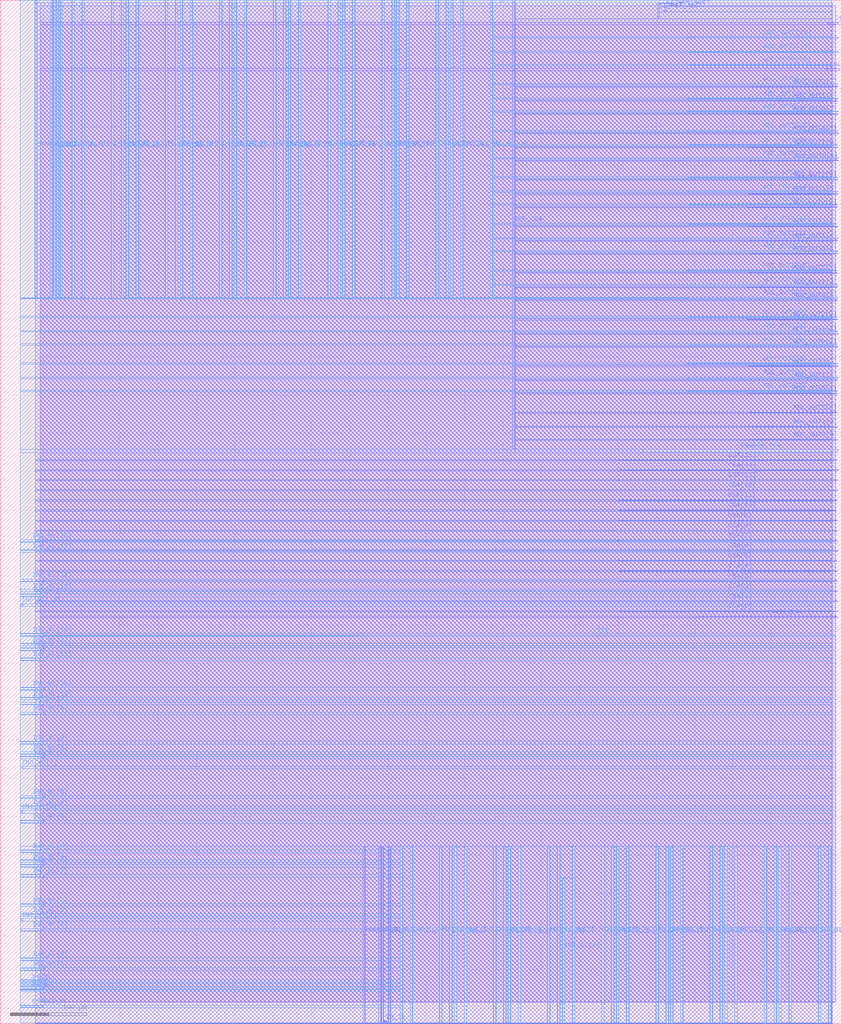
<source format=lef>
VERSION 5.7 ;
  NOWIREEXTENSIONATPIN ON ;
  DIVIDERCHAR "/" ;
  BUSBITCHARS "[]" ;
MACRO RRAM_ANALOG
  CLASS BLOCK ;
  FOREIGN RRAM_ANALOG ;
  ORIGIN 56.250 20.140 ;
  SIZE 1097.410 BY 1335.730 ;
  PIN ENABLE_WL
    PORT
      LAYER met3 ;
        RECT -30.190 1.345 -0.055 3.375 ;
    END
  END ENABLE_WL
  PIN V1_WL
    PORT
      LAYER met3 ;
        RECT -29.900 21.780 0.165 23.810 ;
    END
  END V1_WL
  PIN V2_WL
    PORT
      LAYER met3 ;
        RECT -29.850 25.130 0.135 27.160 ;
    END
  END V2_WL
  PIN V3_WL
    PORT
      LAYER met3 ;
        RECT -29.820 29.300 0.055 31.330 ;
    END
  END V3_WL
  PIN V4_WL
    PORT
      LAYER met3 ;
        RECT -29.990 34.310 0.145 36.530 ;
    END
  END V4_WL
  PIN IN1_WL[0]
    PORT
      LAYER met3 ;
        RECT -29.750 49.520 0.255 52.170 ;
    END
  END IN1_WL[0]
  PIN IN0_WL[0]
    PORT
      LAYER met3 ;
        RECT -29.780 62.560 0.205 65.210 ;
    END
  END IN0_WL[0]
  PIN IN0_WL[1]
    PORT
      LAYER met3 ;
        RECT -29.840 100.970 0.215 103.620 ;
    END
  END IN0_WL[1]
  PIN IN1_WL[1]
    PORT
      LAYER met3 ;
        RECT -29.760 114.050 -27.110 116.750 ;
    END
  END IN1_WL[1]
  PIN IN1_WL[2]
    PORT
      LAYER met3 ;
        RECT -29.760 120.160 0.165 122.810 ;
    END
  END IN1_WL[2]
  PIN IN0_WL[2]
    PORT
      LAYER met3 ;
        RECT -29.860 133.260 0.125 135.910 ;
    END
  END IN0_WL[2]
  PIN IN0_WL[3]
    PORT
      LAYER met3 ;
        RECT -29.910 171.500 0.205 174.150 ;
    END
  END IN0_WL[3]
  PIN IN1_WL[3]
    PORT
      LAYER met3 ;
        RECT -29.840 184.680 0.155 187.330 ;
    END
  END IN1_WL[3]
  PIN IN1_WL[4]
    PORT
      LAYER met3 ;
        RECT -29.960 190.680 0.095 193.330 ;
    END
  END IN1_WL[4]
  PIN IN0_WL[4]
    PORT
      LAYER met3 ;
        RECT -29.740 203.590 0.245 206.240 ;
    END
  END IN0_WL[4]
  PIN IN0_WL[5]
    PORT
      LAYER met3 ;
        RECT -29.930 242.100 0.045 244.750 ;
    END
  END IN0_WL[5]
  PIN IN1_WL[5]
    PORT
      LAYER met3 ;
        RECT -29.740 255.100 -27.090 257.800 ;
    END
  END IN1_WL[5]
  PIN IN1_WL[6]
    PORT
      LAYER met3 ;
        RECT -29.910 261.210 0.135 263.860 ;
    END
  END IN1_WL[6]
  PIN IN0_WL[6]
    PORT
      LAYER met3 ;
        RECT -29.840 274.390 0.095 277.040 ;
    END
  END IN0_WL[6]
  PIN IN0_WL[7]
    PORT
      LAYER met3 ;
        RECT -29.880 312.770 -27.230 315.470 ;
    END
  END IN0_WL[7]
  PIN IN1_WL[7]
    PORT
      LAYER met3 ;
        RECT -29.930 325.730 0.135 328.380 ;
    END
  END IN1_WL[7]
  PIN IN1_WL[8]
    PORT
      LAYER met3 ;
        RECT -29.840 331.810 0.175 334.460 ;
    END
  END IN1_WL[8]
  PIN IN0_WL[8]
    PORT
      LAYER met3 ;
        RECT -29.790 345.070 0.245 347.720 ;
    END
  END IN0_WL[8]
  PIN IN0_WL[9]
    PORT
      LAYER met3 ;
        RECT -29.960 383.420 0.175 386.070 ;
    END
  END IN0_WL[9]
  PIN IN1_WL[9]
    PORT
      LAYER met3 ;
        RECT -29.840 396.430 0.135 399.080 ;
    END
  END IN1_WL[9]
  PIN IN1_WL[10]
    PORT
      LAYER met3 ;
        RECT -29.810 402.660 0.175 405.310 ;
    END
  END IN1_WL[10]
  PIN IN0_WL[10]
    PORT
      LAYER met3 ;
        RECT -29.860 415.540 0.095 418.190 ;
    END
  END IN0_WL[10]
  PIN IN0_WL[11]
    PORT
      LAYER met3 ;
        RECT -29.880 454.020 0.215 456.670 ;
    END
  END IN0_WL[11]
  PIN IN1_WL[11]
    PORT
      LAYER met3 ;
        RECT -29.960 467.050 -0.035 469.700 ;
    END
  END IN1_WL[11]
  PIN IN1_WL[12]
    PORT
      LAYER met3 ;
        RECT -30.160 473.140 0.045 475.790 ;
    END
  END IN1_WL[12]
  PIN IN0_WL[12]
    PORT
      LAYER met3 ;
        RECT -29.910 486.190 0.175 488.840 ;
    END
  END IN0_WL[12]
  PIN IN0_WL[13]
    PORT
      LAYER met3 ;
        RECT -29.930 524.650 -27.280 527.350 ;
    END
  END IN0_WL[13]
  PIN IN1_WL[13]
    PORT
      LAYER met3 ;
        RECT -30.080 537.600 0.095 540.250 ;
    END
  END IN1_WL[13]
  PIN IN1_WL[14]
    PORT
      LAYER met3 ;
        RECT -29.930 543.790 0.175 546.440 ;
    END
  END IN1_WL[14]
  PIN IN0_WL[14]
    PORT
      LAYER met3 ;
        RECT -30.010 556.870 0.045 559.520 ;
    END
  END IN0_WL[14]
  PIN IN0_WL[15]
    PORT
      LAYER met3 ;
        RECT -29.980 595.270 0.095 597.920 ;
    END
  END IN0_WL[15]
  PIN IN1_WL[15]
    PORT
      LAYER met3 ;
        RECT -29.840 608.480 0.135 611.130 ;
    END
  END IN1_WL[15]
  PIN ENABLE_SL
    PORT
      LAYER met2 ;
        RECT 417.640 -19.210 419.710 210.790 ;
    END
  END ENABLE_SL
  PIN V1_SL
    PORT
      LAYER met2 ;
        RECT 438.060 -19.210 440.330 211.010 ;
    END
  END V1_SL
  PIN V2_SL
    PORT
      LAYER met2 ;
        RECT 441.490 -19.290 443.760 210.980 ;
    END
  END V2_SL
  PIN V3_SL
    PORT
      LAYER met2 ;
        RECT 445.510 -19.290 447.810 -16.850 ;
    END
  END V3_SL
  PIN V4_SL
    PORT
      LAYER met2 ;
        RECT 450.730 -19.210 453.000 210.990 ;
    END
  END V4_SL
  PIN IN1_SL[0]
    PORT
      LAYER met3 ;
        RECT 465.930 -18.880 468.700 211.100 ;
    END
  END IN1_SL[0]
  PIN IN0_SL[0]
    PORT
      LAYER met3 ;
        RECT 478.970 -18.800 481.740 211.050 ;
    END
  END IN0_SL[0]
  PIN IN0_SL[1]
    PORT
      LAYER met3 ;
        RECT 517.190 -19.130 519.960 211.060 ;
    END
  END IN0_SL[1]
  PIN IN1_SL[2]
    PORT
      LAYER met3 ;
        RECT 536.570 -18.960 539.340 211.010 ;
    END
  END IN1_SL[2]
  PIN IN0_SL[2]
    PORT
      LAYER met3 ;
        RECT 549.660 -19.130 552.430 210.970 ;
    END
  END IN0_SL[2]
  PIN IN0_SL[3]
    PORT
      LAYER met3 ;
        RECT 587.800 -18.920 590.570 211.050 ;
    END
  END IN0_SL[3]
  PIN IN1_SL[3]
    PORT
      LAYER met3 ;
        RECT 600.960 -19.040 603.730 211.000 ;
    END
  END IN1_SL[3]
  PIN IN1_SL[4]
    PORT
      LAYER met3 ;
        RECT 606.760 -19.130 609.530 210.940 ;
    END
  END IN1_SL[4]
  PIN IN0_SL[4]
    PORT
      LAYER met3 ;
        RECT 620.140 -18.920 622.910 211.090 ;
    END
  END IN0_SL[4]
  PIN IN0_SL[5]
    PORT
      LAYER met3 ;
        RECT 658.360 -19.040 661.130 210.890 ;
    END
  END IN0_SL[5]
  PIN IN1_SL[5]
    PORT
      LAYER met3 ;
        RECT 671.360 -19.210 674.130 211.080 ;
    END
  END IN1_SL[5]
  PIN IN1_SL[6]
    PORT
      LAYER met3 ;
        RECT 677.610 -19.170 680.380 169.945 ;
    END
  END IN1_SL[6]
  PIN IN0_SL[6]
    PORT
      LAYER met3 ;
        RECT 690.700 -19.040 693.470 210.940 ;
    END
  END IN0_SL[6]
  PIN IN0_SL[7]
    PORT
      LAYER met3 ;
        RECT 728.960 -19.040 731.730 210.980 ;
    END
  END IN0_SL[7]
  PIN IN1_SL[7]
    PORT
      LAYER met3 ;
        RECT 741.800 -19.000 744.570 210.980 ;
    END
  END IN1_SL[7]
  PIN IN1_SL[8]
    PORT
      LAYER met3 ;
        RECT 748.100 -18.880 750.870 211.020 ;
    END
  END IN1_SL[8]
  PIN IN0_SL[8]
    PORT
      LAYER met3 ;
        RECT 761.260 -19.040 764.030 211.090 ;
    END
  END IN0_SL[8]
  PIN IN0_SL[9]
    PORT
      LAYER met3 ;
        RECT 799.780 -19.090 802.550 211.020 ;
    END
  END IN0_SL[9]
  PIN IN1_SL[9]
    PORT
      LAYER met3 ;
        RECT 812.820 -19.290 815.590 210.980 ;
    END
  END IN1_SL[9]
  PIN IN1_SL[10]
    PORT
      LAYER met3 ;
        RECT 818.820 -19.330 821.590 211.020 ;
    END
  END IN1_SL[10]
  PIN IN0_SL[10]
    PORT
      LAYER met3 ;
        RECT 831.950 -18.760 834.720 210.940 ;
    END
  END IN0_SL[10]
  PIN IN0_SL[11]
    PORT
      LAYER met3 ;
        RECT 870.380 -19.210 873.150 211.060 ;
    END
  END IN0_SL[11]
  PIN IN1_SL[11]
    PORT
      LAYER met3 ;
        RECT 883.380 -19.420 886.150 210.810 ;
    END
  END IN1_SL[11]
  PIN IN1_SL[12]
    PORT
      LAYER met3 ;
        RECT 889.470 -19.170 892.240 210.890 ;
    END
  END IN1_SL[12]
  PIN IN0_SL[12]
    PORT
      LAYER met3 ;
        RECT 902.560 -19.170 905.330 211.020 ;
    END
  END IN0_SL[12]
  PIN IN0_SL[13]
    PORT
      LAYER met3 ;
        RECT 940.940 -19.250 943.710 210.890 ;
    END
  END IN0_SL[13]
  PIN IN1_SL[13]
    PORT
      LAYER met3 ;
        RECT 954.105 -18.975 956.715 210.940 ;
    END
  END IN1_SL[13]
  PIN IN0_SL[14]
    PORT
      LAYER met3 ;
        RECT 973.120 -19.000 975.890 210.890 ;
    END
  END IN0_SL[14]
  PIN IN0_SL[15]
    PORT
      LAYER met3 ;
        RECT 1011.670 -19.130 1014.440 210.940 ;
    END
  END IN0_SL[15]
  PIN IN1_SL[15]
    PORT
      LAYER met3 ;
        RECT 1024.800 -19.090 1027.570 210.980 ;
    END
  END IN1_SL[15]
  PIN ENABLE_BL
    PORT
      LAYER met3 ;
        RECT -10.510 927.445 -8.480 1315.590 ;
    END
  END ENABLE_BL
  PIN V1_BL
    PORT
      LAYER met3 ;
        RECT 10.070 927.225 11.870 1315.190 ;
    END
  END V1_BL
  PIN V2_BL
    PORT
      LAYER met3 ;
        RECT 13.425 927.255 15.490 1315.055 ;
    END
  END V2_BL
  PIN V3_BL
    PORT
      LAYER met3 ;
        RECT 17.535 927.335 19.600 1315.305 ;
    END
  END V3_BL
  PIN V4_BL
    PORT
      LAYER met3 ;
        RECT 22.625 927.245 24.690 1315.185 ;
    END
  END V4_BL
  PIN IN1_BL[0]
    PORT
      LAYER met3 ;
        RECT 37.700 927.135 40.300 1315.230 ;
    END
  END IN1_BL[0]
  PIN IN0_BL[0]
    PORT
      LAYER met3 ;
        RECT 50.770 927.185 53.370 1315.300 ;
    END
  END IN0_BL[0]
  PIN IN0_BL[1]
    PORT
      LAYER met3 ;
        RECT 89.100 927.175 91.700 1315.320 ;
    END
  END IN0_BL[1]
  PIN IN1_BL[1]
    PORT
      LAYER met3 ;
        RECT 102.260 927.195 104.860 1315.160 ;
    END
  END IN1_BL[1]
  PIN IN1_BL[2]
    PORT
      LAYER met3 ;
        RECT 108.340 927.225 110.940 1315.200 ;
    END
  END IN1_BL[2]
  PIN IN0_BL[2]
    PORT
      LAYER met3 ;
        RECT 121.420 927.265 124.020 1315.230 ;
    END
  END IN0_BL[2]
  PIN IN0_BL[3]
    PORT
      LAYER met3 ;
        RECT 159.690 927.185 162.290 1315.230 ;
    END
  END IN0_BL[3]
  PIN IN1_BL[3]
    PORT
      LAYER met3 ;
        RECT 172.780 927.235 175.380 1315.060 ;
    END
  END IN1_BL[3]
  PIN IN1_BL[4]
    PORT
      LAYER met3 ;
        RECT 178.890 927.295 181.490 1315.230 ;
    END
  END IN1_BL[4]
  PIN IN0_BL[4]
    PORT
      LAYER met3 ;
        RECT 191.970 927.145 194.570 1315.250 ;
    END
  END IN0_BL[4]
  PIN IN0_BL[5]
    PORT
      LAYER met3 ;
        RECT 230.280 927.345 232.880 1315.330 ;
    END
  END IN0_BL[5]
  PIN IN1_BL[5]
    PORT
      LAYER met3 ;
        RECT 243.430 927.155 246.030 1315.090 ;
    END
  END IN1_BL[5]
  PIN IN1_BL[6]
    PORT
      LAYER met3 ;
        RECT 249.480 927.255 252.080 1315.290 ;
    END
  END IN1_BL[6]
  PIN IN0_BL[6]
    PORT
      LAYER met3 ;
        RECT 262.530 927.295 265.130 1315.220 ;
    END
  END IN0_BL[6]
  PIN IN0_BL[7]
    PORT
      LAYER met3 ;
        RECT 300.830 927.255 303.430 1315.320 ;
    END
  END IN0_BL[7]
  PIN IN1_BL[7]
    PORT
      LAYER met3 ;
        RECT 313.850 927.255 316.450 1315.260 ;
    END
  END IN1_BL[7]
  PIN IN1_BL[8]
    PORT
      LAYER met3 ;
        RECT 320.030 927.215 322.630 1315.190 ;
    END
  END IN1_BL[8]
  PIN IN0_BL[8]
    PORT
      LAYER met3 ;
        RECT 333.190 927.145 335.790 1315.120 ;
    END
  END IN0_BL[8]
  PIN IN0_BL[9]
    PORT
      LAYER met3 ;
        RECT 371.630 927.215 374.230 1315.260 ;
    END
  END IN0_BL[9]
  PIN IN1_BL[9]
    PORT
      LAYER met3 ;
        RECT 384.770 927.255 387.370 1315.230 ;
    END
  END IN1_BL[9]
  PIN IN1_BL[10]
    PORT
      LAYER met3 ;
        RECT 390.830 927.215 393.430 1315.250 ;
    END
  END IN1_BL[10]
  PIN IN0_BL[10]
    PORT
      LAYER met3 ;
        RECT 403.900 927.295 406.500 1315.230 ;
    END
  END IN0_BL[10]
  PIN IN0_BL[11]
    PORT
      LAYER met3 ;
        RECT 442.250 927.175 444.850 1315.250 ;
    END
  END IN0_BL[11]
  PIN IN1_BL[11]
    PORT
      LAYER met3 ;
        RECT 455.370 927.425 457.970 1315.530 ;
    END
  END IN1_BL[11]
  PIN IN1_BL[12]
    PORT
      LAYER met3 ;
        RECT 461.290 927.345 463.890 1315.390 ;
    END
  END IN1_BL[12]
  PIN IN0_BL[12]
    PORT
      LAYER met3 ;
        RECT 474.370 927.215 476.970 1315.250 ;
    END
  END IN0_BL[12]
  PIN IN0_BL[13]
    PORT
      LAYER met3 ;
        RECT 512.870 927.345 515.470 1315.360 ;
    END
  END IN0_BL[13]
  PIN IN1_BL[13]
    PORT
      LAYER met3 ;
        RECT 525.670 927.295 528.270 1315.320 ;
    END
  END IN1_BL[13]
  PIN IN1_BL[14]
    PORT
      LAYER met3 ;
        RECT 531.960 927.215 534.560 1315.300 ;
    END
  END IN1_BL[14]
  PIN IN0_BL[14]
    PORT
      LAYER met3 ;
        RECT 544.990 927.345 547.590 1315.400 ;
    END
  END IN0_BL[14]
  PIN IN0_BL[15]
    PORT
      LAYER met3 ;
        RECT 583.390 927.295 585.990 1315.300 ;
    END
  END IN0_BL[15]
  PIN IN1_BL[15]
    PORT
      LAYER met3 ;
        RECT 596.560 1312.390 599.470 1315.250 ;
    END
  END IN1_BL[15]
  PIN IN1_SL[14]
    PORT
      LAYER met3 ;
        RECT 960.070 -18.960 962.840 211.020 ;
    END
  END IN1_SL[14]
  PIN IN1_SL[1]
    PORT
      LAYER met3 ;
        RECT 530.320 -18.880 533.090 211.040 ;
    END
  END IN1_SL[1]
  PIN CSA[0]
    PORT
      LAYER met2 ;
        RECT 750.995 517.535 1036.590 518.315 ;
    END
  END CSA[0]
  PIN ENABLE_CSA
    PORT
      LAYER met3 ;
        RECT 783.055 725.440 1036.650 729.140 ;
    END
  END ENABLE_CSA
  PIN V0_REF_ADC
    PORT
      LAYER met2 ;
        RECT 817.800 1307.770 819.370 1311.735 ;
    END
  END V0_REF_ADC
  PIN V1_REF_ADC
    PORT
      LAYER met2 ;
        RECT 811.130 1300.500 812.800 1311.375 ;
    END
  END V1_REF_ADC
  PIN V2_REF_ADC
    PORT
      LAYER met2 ;
        RECT 802.130 1291.740 803.640 1311.475 ;
    END
  END V2_REF_ADC
  PIN CSA[1]
    PORT
      LAYER met2 ;
        RECT 750.995 530.575 1036.305 531.465 ;
    END
  END CSA[1]
  PIN CSA[2]
    PORT
      LAYER met2 ;
        RECT 750.995 543.795 1036.105 544.685 ;
    END
  END CSA[2]
  PIN CSA[3]
    PORT
      LAYER met2 ;
        RECT 750.995 556.945 1036.405 557.835 ;
    END
  END CSA[3]
  PIN CSA[4]
    PORT
      LAYER met2 ;
        RECT 750.995 570.055 1036.215 570.945 ;
    END
  END CSA[4]
  PIN CSA[5]
    PORT
      LAYER met2 ;
        RECT 750.995 583.265 1035.625 584.155 ;
    END
  END CSA[5]
  PIN CSA[6]
    PORT
      LAYER met2 ;
        RECT 750.995 596.435 1036.505 597.325 ;
    END
  END CSA[6]
  PIN CSA[7]
    PORT
      LAYER met2 ;
        RECT 750.995 609.525 1036.305 610.415 ;
    END
  END CSA[7]
  PIN CSA[8]
    PORT
      LAYER met2 ;
        RECT 750.995 622.735 1035.505 623.625 ;
    END
  END CSA[8]
  PIN CSA[9]
    PORT
      LAYER met2 ;
        RECT 750.995 635.815 1035.925 636.705 ;
    END
  END CSA[9]
  PIN CSA[10]
    PORT
      LAYER met2 ;
        RECT 750.995 649.095 1034.965 649.985 ;
    END
  END CSA[10]
  PIN CSA[11]
    PORT
      LAYER met2 ;
        RECT 750.995 662.165 1035.835 663.055 ;
    END
  END CSA[11]
  PIN CSA[12]
    PORT
      LAYER met2 ;
        RECT 750.995 675.395 1036.035 676.285 ;
    END
  END CSA[12]
  PIN CSA[13]
    PORT
      LAYER met2 ;
        RECT 750.995 688.505 1036.615 689.395 ;
    END
  END CSA[13]
  PIN CSA[14]
    PORT
      LAYER met2 ;
        RECT 750.995 701.735 1037.135 702.625 ;
    END
  END CSA[14]
  PIN CSA[15]
    PORT
      LAYER met2 ;
        RECT 750.995 714.755 1036.165 715.645 ;
    END
  END CSA[15]
  PIN ADC_OUT0[0]
    PORT
      LAYER met2 ;
        RECT 921.170 741.240 1036.225 742.050 ;
    END
  END ADC_OUT0[0]
  PIN ADC_OUT1[0]
    PORT
      LAYER met2 ;
        RECT 921.115 758.340 1036.035 759.070 ;
    END
  END ADC_OUT1[0]
  PIN ADC_OUT2[0]
    PORT
      LAYER met2 ;
        RECT 919.830 776.850 1035.990 777.610 ;
    END
  END ADC_OUT2[0]
  PIN ADC_OUT0[1]
    PORT
      LAYER met2 ;
        RECT 919.435 802.020 1036.205 802.770 ;
    END
  END ADC_OUT0[1]
  PIN ADC_OUT1[1]
    PORT
      LAYER met2 ;
        RECT 921.010 819.030 1036.060 819.890 ;
    END
  END ADC_OUT1[1]
  PIN ADC_OUT2[1]
    PORT
      LAYER met2 ;
        RECT 921.030 837.610 1036.520 838.470 ;
    END
  END ADC_OUT2[1]
  PIN ADC_OUT0[2]
    PORT
      LAYER met2 ;
        RECT 919.790 862.750 1036.180 863.610 ;
    END
  END ADC_OUT0[2]
  PIN ADC_OUT1[2]
    PORT
      LAYER met2 ;
        RECT 920.060 879.760 1036.510 880.600 ;
    END
  END ADC_OUT1[2]
  PIN ADC_OUT2[2]
    PORT
      LAYER met2 ;
        RECT 919.845 898.360 1036.575 899.170 ;
    END
  END ADC_OUT2[2]
  PIN ADC_OUT0[3]
    PORT
      LAYER met2 ;
        RECT 920.930 923.500 1035.770 924.380 ;
    END
  END ADC_OUT0[3]
  PIN ADC_OUT1[3]
    PORT
      LAYER met2 ;
        RECT 920.410 940.570 1036.300 941.470 ;
    END
  END ADC_OUT1[3]
  PIN ADC_OUT2[3]
    PORT
      LAYER met2 ;
        RECT 919.440 959.170 1036.230 960.030 ;
    END
  END ADC_OUT2[3]
  PIN ADC_OUT0[4]
    PORT
      LAYER met2 ;
        RECT 921.025 984.310 1036.255 985.120 ;
    END
  END ADC_OUT0[4]
  PIN ADC_OUT1[4]
    PORT
      LAYER met2 ;
        RECT 921.130 1001.340 1036.735 1002.150 ;
    END
  END ADC_OUT1[4]
  PIN ADC_OUT2[4]
    PORT
      LAYER met2 ;
        RECT 919.970 1019.930 1036.730 1020.730 ;
    END
  END ADC_OUT2[4]
  PIN ADC_OUT0[5]
    PORT
      LAYER met2 ;
        RECT 920.050 1044.980 1036.350 1045.760 ;
    END
  END ADC_OUT0[5]
  PIN ADC_OUT1[5]
    PORT
      LAYER met2 ;
        RECT 921.105 1062.070 1036.625 1062.980 ;
    END
  END ADC_OUT1[5]
  PIN ADC_OUT2[5]
    PORT
      LAYER met2 ;
        RECT 919.660 1080.690 1036.900 1081.450 ;
    END
  END ADC_OUT2[5]
  PIN ADC_OUT0[6]
    PORT
      LAYER met2 ;
        RECT 920.910 1105.840 1037.170 1106.580 ;
    END
  END ADC_OUT0[6]
  PIN ADC_OUT1[6]
    PORT
      LAYER met2 ;
        RECT 920.700 1122.810 1036.660 1123.610 ;
    END
  END ADC_OUT1[6]
  PIN ADC_OUT2[6]
    PORT
      LAYER met2 ;
        RECT 919.325 1141.420 1037.345 1142.250 ;
    END
  END ADC_OUT2[6]
  PIN ADC_OUT0[7]
    PORT
      LAYER met2 ;
        RECT 919.735 1166.560 1037.035 1167.410 ;
    END
  END ADC_OUT0[7]
  PIN ADC_OUT1[7]
    PORT
      LAYER met2 ;
        RECT 921.175 1183.640 1036.335 1184.450 ;
    END
  END ADC_OUT1[7]
  PIN ADC_OUT2[7]
    PORT
      LAYER met2 ;
        RECT 921.340 1202.160 1036.600 1203.040 ;
    END
  END ADC_OUT2[7]
  PIN ADC_OUT0[8]
    PORT
      LAYER met3 ;
        RECT 841.380 805.040 1036.070 806.000 ;
    END
  END ADC_OUT0[8]
  PIN ADC_OUT1[8]
    PORT
      LAYER met3 ;
        RECT 841.400 822.140 1036.420 823.100 ;
    END
  END ADC_OUT1[8]
  PIN ADC_OUT2[8]
    PORT
      LAYER met3 ;
        RECT 841.400 840.770 1036.800 841.730 ;
    END
  END ADC_OUT2[8]
  PIN ADC_OUT0[9]
    PORT
      LAYER met3 ;
        RECT 841.500 865.860 1036.340 866.820 ;
    END
  END ADC_OUT0[9]
  PIN ADC_OUT1[9]
    PORT
      LAYER met3 ;
        RECT 841.340 882.960 1036.000 883.920 ;
    END
  END ADC_OUT1[9]
  PIN ADC_OUT2[9]
    PORT
      LAYER met3 ;
        RECT 841.320 901.380 1036.310 902.340 ;
    END
  END ADC_OUT2[9]
  PIN ADC_OUT0[10]
    PORT
      LAYER met3 ;
        RECT 841.500 926.520 1036.210 927.480 ;
    END
  END ADC_OUT0[10]
  PIN ADC_OUT1[10]
    PORT
      LAYER met3 ;
        RECT 841.450 943.620 1036.000 944.580 ;
    END
  END ADC_OUT1[10]
  PIN ADC_OUT2[10]
    PORT
      LAYER met3 ;
        RECT 841.510 962.200 1035.560 963.160 ;
    END
  END ADC_OUT2[10]
  PIN ADC_OUT0[11]
    PORT
      LAYER met3 ;
        RECT 841.430 987.310 1036.640 988.270 ;
    END
  END ADC_OUT0[11]
  PIN ADC_OUT1[11]
    PORT
      LAYER met3 ;
        RECT 841.430 1004.350 1036.500 1005.310 ;
    END
  END ADC_OUT1[11]
  PIN ADC_OUT2[11]
    PORT
      LAYER met3 ;
        RECT 841.370 1023.020 1035.670 1023.980 ;
    END
  END ADC_OUT2[11]
  PIN ADC_OUT0[12]
    PORT
      LAYER met3 ;
        RECT 841.490 1048.190 1036.680 1049.150 ;
    END
  END ADC_OUT0[12]
  PIN ADC_OUT1[12]
    PORT
      LAYER met3 ;
        RECT 841.300 1065.110 1036.880 1066.070 ;
    END
  END ADC_OUT1[12]
  PIN ADC_OUT2[12]
    PORT
      LAYER met3 ;
        RECT 841.370 1083.690 1036.210 1084.650 ;
    END
  END ADC_OUT2[12]
  PIN ADC_OUT0[13]
    PORT
      LAYER met3 ;
        RECT 841.310 1108.740 1036.590 1109.700 ;
    END
  END ADC_OUT0[13]
  PIN ADC_OUT1[13]
    PORT
      LAYER met3 ;
        RECT 841.390 1125.930 1036.820 1126.890 ;
    END
  END ADC_OUT1[13]
  PIN ADC_OUT2[13]
    PORT
      LAYER met3 ;
        RECT 841.370 1144.410 1036.750 1145.370 ;
    END
  END ADC_OUT2[13]
  PIN ADC_OUT0[14]
    PORT
      LAYER met3 ;
        RECT 841.460 1169.620 1037.090 1170.580 ;
    END
  END ADC_OUT0[14]
  PIN ADC_OUT1[14]
    PORT
      LAYER met3 ;
        RECT 841.390 1186.630 1037.140 1187.590 ;
    END
  END ADC_OUT1[14]
  PIN ADC_OUT2[14]
    PORT
      LAYER met3 ;
        RECT 841.360 1205.170 1036.720 1206.130 ;
    END
  END ADC_OUT2[14]
  PIN ADC_OUT0[15]
    PORT
      LAYER met3 ;
        RECT 841.430 1230.380 1036.770 1231.340 ;
    END
  END ADC_OUT0[15]
  PIN ADC_OUT1[15]
    PORT
      LAYER met3 ;
        RECT 841.390 1247.430 1037.280 1248.390 ;
    END
  END ADC_OUT1[15]
  PIN ADC_OUT2[15]
    PORT
      LAYER met3 ;
        RECT 841.390 1266.050 1037.620 1267.010 ;
    END
  END ADC_OUT2[15]
  PIN PRE
    PORT
      LAYER met3 ;
        RECT 412.105 485.545 1033.695 486.515 ;
    END
  END PRE
  PIN CLK_EN_ADC[0]
    PORT
      LAYER met1 ;
        RECT 1022.865 1223.400 1039.390 1226.080 ;
    END
  END CLK_EN_ADC[0]
  PIN CLK_EN_ADC[1]
    PORT
      LAYER met1 ;
        RECT 1024.195 1283.770 1041.160 1286.370 ;
    END
  END CLK_EN_ADC[1]
  PIN REF_CSA
    PORT
      LAYER met2 ;
        RECT 612.745 730.000 615.475 1315.555 ;
    END
  END REF_CSA
  PIN SAEN_CSA
    PORT
      LAYER met1 ;
        RECT 856.395 509.840 1036.910 511.100 ;
    END
  END SAEN_CSA
  OBS
      LAYER li1 ;
        RECT -4.105 7.760 1033.835 1286.895 ;
      LAYER met1 ;
        RECT -3.650 1286.650 1033.830 1308.090 ;
        RECT -3.650 1283.490 1023.915 1286.650 ;
        RECT -3.650 1226.360 1033.830 1283.490 ;
        RECT -3.650 1223.120 1022.585 1226.360 ;
        RECT -3.650 511.380 1033.830 1223.120 ;
        RECT -3.650 509.560 856.115 511.380 ;
        RECT -3.650 8.215 1033.830 509.560 ;
      LAYER met2 ;
        RECT -10.490 729.720 612.465 1312.290 ;
        RECT 615.755 1312.015 1029.230 1312.290 ;
        RECT 615.755 1311.755 817.520 1312.015 ;
        RECT 615.755 1291.460 801.850 1311.755 ;
        RECT 803.920 1311.655 817.520 1311.755 ;
        RECT 803.920 1300.220 810.850 1311.655 ;
        RECT 813.080 1307.490 817.520 1311.655 ;
        RECT 819.650 1307.490 1029.230 1312.015 ;
        RECT 813.080 1300.220 1029.230 1307.490 ;
        RECT 803.920 1291.460 1029.230 1300.220 ;
        RECT 615.755 1203.320 1029.230 1291.460 ;
        RECT 615.755 1201.880 921.060 1203.320 ;
        RECT 615.755 1184.730 1029.230 1201.880 ;
        RECT 615.755 1183.360 920.895 1184.730 ;
        RECT 615.755 1167.690 1029.230 1183.360 ;
        RECT 615.755 1166.280 919.455 1167.690 ;
        RECT 615.755 1142.530 1029.230 1166.280 ;
        RECT 615.755 1141.140 919.045 1142.530 ;
        RECT 615.755 1123.890 1029.230 1141.140 ;
        RECT 615.755 1122.530 920.420 1123.890 ;
        RECT 615.755 1106.860 1029.230 1122.530 ;
        RECT 615.755 1105.560 920.630 1106.860 ;
        RECT 615.755 1081.730 1029.230 1105.560 ;
        RECT 615.755 1080.410 919.380 1081.730 ;
        RECT 615.755 1063.260 1029.230 1080.410 ;
        RECT 615.755 1061.790 920.825 1063.260 ;
        RECT 615.755 1046.040 1029.230 1061.790 ;
        RECT 615.755 1044.700 919.770 1046.040 ;
        RECT 615.755 1021.010 1029.230 1044.700 ;
        RECT 615.755 1019.650 919.690 1021.010 ;
        RECT 615.755 1002.430 1029.230 1019.650 ;
        RECT 615.755 1001.060 920.850 1002.430 ;
        RECT 615.755 985.400 1029.230 1001.060 ;
        RECT 615.755 984.030 920.745 985.400 ;
        RECT 615.755 960.310 1029.230 984.030 ;
        RECT 615.755 958.890 919.160 960.310 ;
        RECT 615.755 941.750 1029.230 958.890 ;
        RECT 615.755 940.290 920.130 941.750 ;
        RECT 615.755 924.660 1029.230 940.290 ;
        RECT 615.755 923.220 920.650 924.660 ;
        RECT 615.755 899.450 1029.230 923.220 ;
        RECT 615.755 898.080 919.565 899.450 ;
        RECT 615.755 880.880 1029.230 898.080 ;
        RECT 615.755 879.480 919.780 880.880 ;
        RECT 615.755 863.890 1029.230 879.480 ;
        RECT 615.755 862.470 919.510 863.890 ;
        RECT 615.755 838.750 1029.230 862.470 ;
        RECT 615.755 837.330 920.750 838.750 ;
        RECT 615.755 820.170 1029.230 837.330 ;
        RECT 615.755 818.750 920.730 820.170 ;
        RECT 615.755 803.050 1029.230 818.750 ;
        RECT 615.755 801.740 919.155 803.050 ;
        RECT 615.755 777.890 1029.230 801.740 ;
        RECT 615.755 776.570 919.550 777.890 ;
        RECT 615.755 759.350 1029.230 776.570 ;
        RECT 615.755 758.060 920.835 759.350 ;
        RECT 615.755 742.330 1029.230 758.060 ;
        RECT 615.755 740.960 920.890 742.330 ;
        RECT 615.755 729.720 1029.230 740.960 ;
        RECT -10.490 715.925 1029.230 729.720 ;
        RECT -10.490 714.475 750.715 715.925 ;
        RECT -10.490 702.905 1029.230 714.475 ;
        RECT -10.490 701.455 750.715 702.905 ;
        RECT -10.490 689.675 1029.230 701.455 ;
        RECT -10.490 688.225 750.715 689.675 ;
        RECT -10.490 676.565 1029.230 688.225 ;
        RECT -10.490 675.115 750.715 676.565 ;
        RECT -10.490 663.335 1029.230 675.115 ;
        RECT -10.490 661.885 750.715 663.335 ;
        RECT -10.490 650.265 1029.230 661.885 ;
        RECT -10.490 648.815 750.715 650.265 ;
        RECT -10.490 636.985 1029.230 648.815 ;
        RECT -10.490 635.535 750.715 636.985 ;
        RECT -10.490 623.905 1029.230 635.535 ;
        RECT -10.490 622.455 750.715 623.905 ;
        RECT -10.490 610.695 1029.230 622.455 ;
        RECT -10.490 609.245 750.715 610.695 ;
        RECT -10.490 597.605 1029.230 609.245 ;
        RECT -10.490 596.155 750.715 597.605 ;
        RECT -10.490 584.435 1029.230 596.155 ;
        RECT -10.490 582.985 750.715 584.435 ;
        RECT -10.490 571.225 1029.230 582.985 ;
        RECT -10.490 569.775 750.715 571.225 ;
        RECT -10.490 558.115 1029.230 569.775 ;
        RECT -10.490 556.665 750.715 558.115 ;
        RECT -10.490 544.965 1029.230 556.665 ;
        RECT -10.490 543.515 750.715 544.965 ;
        RECT -10.490 531.745 1029.230 543.515 ;
        RECT -10.490 530.295 750.715 531.745 ;
        RECT -10.490 518.595 1029.230 530.295 ;
        RECT -10.490 517.255 750.715 518.595 ;
        RECT -10.490 211.290 1029.230 517.255 ;
        RECT -10.490 211.070 437.780 211.290 ;
        RECT -10.490 -19.490 417.360 211.070 ;
        RECT 419.990 -19.490 437.780 211.070 ;
        RECT 440.610 211.270 1029.230 211.290 ;
        RECT 440.610 211.260 450.450 211.270 ;
        RECT 440.610 -19.490 441.210 211.260 ;
        RECT -10.490 -19.570 441.210 -19.490 ;
        RECT 444.040 -16.570 450.450 211.260 ;
        RECT 444.040 -19.570 445.230 -16.570 ;
        RECT 448.090 -19.490 450.450 -16.570 ;
        RECT 453.280 -19.490 1029.230 211.270 ;
        RECT 448.090 -19.570 1029.230 -19.490 ;
        RECT -10.490 -20.140 1029.230 -19.570 ;
      LAYER met3 ;
        RECT -30.190 927.045 -10.910 1315.590 ;
      LAYER met3 ;
        RECT -8.080 927.045 9.670 1315.590 ;
      LAYER met3 ;
        RECT -30.190 926.825 9.670 927.045 ;
      LAYER met3 ;
        RECT 12.270 1315.455 17.135 1315.590 ;
        RECT 12.270 926.855 13.025 1315.455 ;
        RECT 15.890 926.935 17.135 1315.455 ;
        RECT 20.000 1315.585 37.300 1315.590 ;
        RECT 20.000 926.935 22.225 1315.585 ;
        RECT 15.890 926.855 22.225 926.935 ;
        RECT 12.270 926.845 22.225 926.855 ;
        RECT 25.090 926.845 37.300 1315.585 ;
        RECT 12.270 926.825 37.300 926.845 ;
      LAYER met3 ;
        RECT -30.190 926.735 37.300 926.825 ;
      LAYER met3 ;
        RECT 40.700 926.785 50.370 1315.590 ;
        RECT 53.770 926.785 88.700 1315.590 ;
        RECT 40.700 926.775 88.700 926.785 ;
        RECT 92.100 1315.560 107.940 1315.590 ;
        RECT 92.100 926.795 101.860 1315.560 ;
        RECT 105.260 926.825 107.940 1315.560 ;
        RECT 111.340 926.865 121.020 1315.590 ;
        RECT 124.420 926.865 159.290 1315.590 ;
        RECT 111.340 926.825 159.290 926.865 ;
        RECT 105.260 926.795 159.290 926.825 ;
        RECT 92.100 926.785 159.290 926.795 ;
        RECT 162.690 1315.460 178.490 1315.590 ;
        RECT 162.690 926.835 172.380 1315.460 ;
        RECT 175.780 926.895 178.490 1315.460 ;
        RECT 181.890 926.895 191.570 1315.590 ;
        RECT 175.780 926.835 191.570 926.895 ;
        RECT 162.690 926.785 191.570 926.835 ;
        RECT 92.100 926.775 191.570 926.785 ;
        RECT 40.700 926.745 191.570 926.775 ;
        RECT 194.970 926.945 229.880 1315.590 ;
        RECT 233.280 1315.490 249.080 1315.590 ;
        RECT 233.280 926.945 243.030 1315.490 ;
        RECT 194.970 926.755 243.030 926.945 ;
        RECT 246.430 926.855 249.080 1315.490 ;
        RECT 252.480 926.895 262.130 1315.590 ;
        RECT 265.530 926.895 300.430 1315.590 ;
        RECT 252.480 926.855 300.430 926.895 ;
        RECT 303.830 926.855 313.450 1315.590 ;
        RECT 316.850 926.855 319.630 1315.590 ;
        RECT 246.430 926.815 319.630 926.855 ;
        RECT 323.030 1315.520 371.230 1315.590 ;
        RECT 323.030 926.815 332.790 1315.520 ;
        RECT 246.430 926.755 332.790 926.815 ;
        RECT 194.970 926.745 332.790 926.755 ;
        RECT 336.190 926.815 371.230 1315.520 ;
        RECT 374.630 926.855 384.370 1315.590 ;
        RECT 387.770 926.855 390.430 1315.590 ;
        RECT 374.630 926.815 390.430 926.855 ;
        RECT 393.830 926.895 403.500 1315.590 ;
        RECT 406.900 926.895 441.850 1315.590 ;
        RECT 393.830 926.815 441.850 926.895 ;
        RECT 336.190 926.775 441.850 926.815 ;
        RECT 445.250 927.025 454.970 1315.590 ;
        RECT 458.370 927.025 460.890 1315.590 ;
        RECT 445.250 926.945 460.890 927.025 ;
        RECT 464.290 926.945 473.970 1315.590 ;
        RECT 445.250 926.815 473.970 926.945 ;
        RECT 477.370 926.945 512.470 1315.590 ;
        RECT 515.870 926.945 525.270 1315.590 ;
        RECT 477.370 926.895 525.270 926.945 ;
        RECT 528.670 926.895 531.560 1315.590 ;
        RECT 477.370 926.815 531.560 926.895 ;
        RECT 534.960 926.945 544.590 1315.590 ;
        RECT 547.990 926.945 582.990 1315.590 ;
        RECT 534.960 926.895 582.990 926.945 ;
        RECT 586.390 1311.990 596.160 1315.590 ;
        RECT 599.870 1311.990 1029.205 1315.590 ;
        RECT 586.390 1267.410 1029.205 1311.990 ;
        RECT 586.390 1265.650 840.990 1267.410 ;
        RECT 586.390 1248.790 1029.205 1265.650 ;
        RECT 586.390 1247.030 840.990 1248.790 ;
        RECT 586.390 1231.740 1029.205 1247.030 ;
        RECT 586.390 1229.980 841.030 1231.740 ;
        RECT 586.390 1206.530 1029.205 1229.980 ;
        RECT 586.390 1204.770 840.960 1206.530 ;
        RECT 586.390 1187.990 1029.205 1204.770 ;
        RECT 586.390 1186.230 840.990 1187.990 ;
        RECT 586.390 1170.980 1029.205 1186.230 ;
        RECT 586.390 1169.220 841.060 1170.980 ;
        RECT 586.390 1145.770 1029.205 1169.220 ;
        RECT 586.390 1144.010 840.970 1145.770 ;
        RECT 586.390 1127.290 1029.205 1144.010 ;
        RECT 586.390 1125.530 840.990 1127.290 ;
        RECT 586.390 1110.100 1029.205 1125.530 ;
        RECT 586.390 1108.340 840.910 1110.100 ;
        RECT 586.390 1085.050 1029.205 1108.340 ;
        RECT 586.390 1083.290 840.970 1085.050 ;
        RECT 586.390 1066.470 1029.205 1083.290 ;
        RECT 586.390 1064.710 840.900 1066.470 ;
        RECT 586.390 1049.550 1029.205 1064.710 ;
        RECT 586.390 1047.790 841.090 1049.550 ;
        RECT 586.390 1024.380 1029.205 1047.790 ;
        RECT 586.390 1022.620 840.970 1024.380 ;
        RECT 586.390 1005.710 1029.205 1022.620 ;
        RECT 586.390 1003.950 841.030 1005.710 ;
        RECT 586.390 988.670 1029.205 1003.950 ;
        RECT 586.390 986.910 841.030 988.670 ;
        RECT 586.390 963.560 1029.205 986.910 ;
        RECT 586.390 961.800 841.110 963.560 ;
        RECT 586.390 944.980 1029.205 961.800 ;
        RECT 586.390 943.220 841.050 944.980 ;
        RECT 586.390 927.880 1029.205 943.220 ;
        RECT 586.390 926.895 841.100 927.880 ;
        RECT 534.960 926.815 841.100 926.895 ;
        RECT 445.250 926.775 841.100 926.815 ;
        RECT 336.190 926.745 841.100 926.775 ;
        RECT 40.700 926.735 841.100 926.745 ;
      LAYER met3 ;
        RECT -30.190 926.120 841.100 926.735 ;
        RECT -30.190 902.740 1029.205 926.120 ;
        RECT -30.190 900.980 840.920 902.740 ;
        RECT -30.190 884.320 1029.205 900.980 ;
        RECT -30.190 882.560 840.940 884.320 ;
        RECT -30.190 867.220 1029.205 882.560 ;
        RECT -30.190 865.460 841.100 867.220 ;
        RECT -30.190 842.130 1029.205 865.460 ;
        RECT -30.190 840.370 841.000 842.130 ;
        RECT -30.190 823.500 1029.205 840.370 ;
        RECT -30.190 821.740 841.000 823.500 ;
        RECT -30.190 806.400 1029.205 821.740 ;
        RECT -30.190 804.640 840.980 806.400 ;
        RECT -30.190 729.540 1029.205 804.640 ;
        RECT -30.190 725.040 782.655 729.540 ;
        RECT -30.190 611.530 1029.205 725.040 ;
      LAYER met3 ;
        RECT 0.535 608.080 1029.205 611.530 ;
      LAYER met3 ;
        RECT -30.190 598.320 1029.205 608.080 ;
      LAYER met3 ;
        RECT 0.495 594.870 1029.205 598.320 ;
      LAYER met3 ;
        RECT -30.190 559.920 1029.205 594.870 ;
      LAYER met3 ;
        RECT 0.445 556.470 1029.205 559.920 ;
      LAYER met3 ;
        RECT -30.190 546.840 1029.205 556.470 ;
      LAYER met3 ;
        RECT 0.575 543.390 1029.205 546.840 ;
      LAYER met3 ;
        RECT -30.190 540.650 1029.205 543.390 ;
      LAYER met3 ;
        RECT 0.495 537.200 1029.205 540.650 ;
      LAYER met3 ;
        RECT -30.190 527.750 1029.205 537.200 ;
      LAYER met3 ;
        RECT -26.880 524.250 1029.205 527.750 ;
      LAYER met3 ;
        RECT -30.190 489.240 1029.205 524.250 ;
      LAYER met3 ;
        RECT 0.575 486.915 1029.205 489.240 ;
        RECT 0.575 485.790 411.705 486.915 ;
      LAYER met3 ;
        RECT -30.190 485.145 411.705 485.790 ;
        RECT -30.190 476.190 1029.205 485.145 ;
      LAYER met3 ;
        RECT 0.445 472.740 1029.205 476.190 ;
      LAYER met3 ;
        RECT -30.190 470.100 1029.205 472.740 ;
      LAYER met3 ;
        RECT 0.365 466.650 1029.205 470.100 ;
      LAYER met3 ;
        RECT -30.190 457.070 1029.205 466.650 ;
      LAYER met3 ;
        RECT 0.615 453.620 1029.205 457.070 ;
      LAYER met3 ;
        RECT -30.190 418.590 1029.205 453.620 ;
      LAYER met3 ;
        RECT 0.495 415.140 1029.205 418.590 ;
      LAYER met3 ;
        RECT -30.190 405.710 1029.205 415.140 ;
      LAYER met3 ;
        RECT 0.575 402.260 1029.205 405.710 ;
      LAYER met3 ;
        RECT -30.190 399.480 1029.205 402.260 ;
      LAYER met3 ;
        RECT 0.535 396.030 1029.205 399.480 ;
      LAYER met3 ;
        RECT -30.190 386.470 1029.205 396.030 ;
      LAYER met3 ;
        RECT 0.575 383.020 1029.205 386.470 ;
      LAYER met3 ;
        RECT -30.190 348.120 1029.205 383.020 ;
      LAYER met3 ;
        RECT 0.645 344.670 1029.205 348.120 ;
      LAYER met3 ;
        RECT -30.190 334.860 1029.205 344.670 ;
      LAYER met3 ;
        RECT 0.575 331.410 1029.205 334.860 ;
      LAYER met3 ;
        RECT -30.190 328.780 1029.205 331.410 ;
      LAYER met3 ;
        RECT 0.535 325.330 1029.205 328.780 ;
      LAYER met3 ;
        RECT -30.190 315.870 1029.205 325.330 ;
      LAYER met3 ;
        RECT -26.830 312.370 1029.205 315.870 ;
      LAYER met3 ;
        RECT -30.190 277.440 1029.205 312.370 ;
      LAYER met3 ;
        RECT 0.495 273.990 1029.205 277.440 ;
      LAYER met3 ;
        RECT -30.190 264.260 1029.205 273.990 ;
      LAYER met3 ;
        RECT 0.535 260.810 1029.205 264.260 ;
      LAYER met3 ;
        RECT -30.190 258.200 1029.205 260.810 ;
        RECT -30.190 254.700 -30.140 258.200 ;
      LAYER met3 ;
        RECT -26.690 254.700 1029.205 258.200 ;
      LAYER met3 ;
        RECT -30.190 245.150 1029.205 254.700 ;
      LAYER met3 ;
        RECT 0.445 241.700 1029.205 245.150 ;
      LAYER met3 ;
        RECT -30.190 211.500 1029.205 241.700 ;
        RECT -30.190 206.640 465.530 211.500 ;
        RECT -30.190 203.190 -30.140 206.640 ;
      LAYER met3 ;
        RECT 0.645 203.190 465.530 206.640 ;
      LAYER met3 ;
        RECT -30.190 193.730 465.530 203.190 ;
      LAYER met3 ;
        RECT 0.495 190.280 465.530 193.730 ;
      LAYER met3 ;
        RECT -30.190 187.730 465.530 190.280 ;
      LAYER met3 ;
        RECT 0.555 184.280 465.530 187.730 ;
      LAYER met3 ;
        RECT -30.190 174.550 465.530 184.280 ;
      LAYER met3 ;
        RECT 0.605 171.100 465.530 174.550 ;
      LAYER met3 ;
        RECT -30.190 136.310 465.530 171.100 ;
      LAYER met3 ;
        RECT 0.525 132.860 465.530 136.310 ;
      LAYER met3 ;
        RECT -30.190 123.210 465.530 132.860 ;
        RECT -30.190 119.760 -30.160 123.210 ;
      LAYER met3 ;
        RECT 0.565 119.760 465.530 123.210 ;
      LAYER met3 ;
        RECT -30.190 117.150 465.530 119.760 ;
        RECT -30.190 113.650 -30.160 117.150 ;
      LAYER met3 ;
        RECT -26.710 113.650 465.530 117.150 ;
      LAYER met3 ;
        RECT -30.190 104.020 465.530 113.650 ;
      LAYER met3 ;
        RECT 0.615 100.570 465.530 104.020 ;
      LAYER met3 ;
        RECT -30.190 65.610 465.530 100.570 ;
        RECT -30.190 62.160 -30.180 65.610 ;
      LAYER met3 ;
        RECT 0.605 62.160 465.530 65.610 ;
      LAYER met3 ;
        RECT -30.190 52.570 465.530 62.160 ;
        RECT -30.190 49.120 -30.150 52.570 ;
      LAYER met3 ;
        RECT 0.655 49.120 465.530 52.570 ;
      LAYER met3 ;
        RECT -30.190 36.930 465.530 49.120 ;
      LAYER met3 ;
        RECT 0.545 33.910 465.530 36.930 ;
      LAYER met3 ;
        RECT -30.190 31.730 465.530 33.910 ;
      LAYER met3 ;
        RECT 0.455 28.900 465.530 31.730 ;
      LAYER met3 ;
        RECT -30.190 27.560 465.530 28.900 ;
      LAYER met3 ;
        RECT 0.535 24.730 465.530 27.560 ;
      LAYER met3 ;
        RECT -30.190 24.210 465.530 24.730 ;
      LAYER met3 ;
        RECT 0.565 21.380 465.530 24.210 ;
      LAYER met3 ;
        RECT -30.190 3.775 465.530 21.380 ;
      LAYER met3 ;
        RECT 0.345 0.945 465.530 3.775 ;
      LAYER met3 ;
        RECT -30.190 -19.170 465.530 0.945 ;
      LAYER met3 ;
        RECT 469.100 211.490 1029.205 211.500 ;
        RECT 469.100 211.460 619.740 211.490 ;
        RECT 469.100 211.450 516.790 211.460 ;
        RECT 469.100 -19.170 478.570 211.450 ;
        RECT 482.140 -19.170 516.790 211.450 ;
        RECT 520.360 211.450 619.740 211.460 ;
        RECT 520.360 211.440 587.400 211.450 ;
        RECT 520.360 -19.170 529.920 211.440 ;
        RECT 533.490 211.410 587.400 211.440 ;
        RECT 533.490 -19.170 536.170 211.410 ;
        RECT 539.740 211.370 587.400 211.410 ;
        RECT 539.740 -19.170 549.260 211.370 ;
        RECT 552.830 -19.170 587.400 211.370 ;
        RECT 590.970 211.400 619.740 211.450 ;
        RECT 590.970 -19.170 600.560 211.400 ;
        RECT 604.130 211.340 619.740 211.400 ;
        RECT 604.130 -19.170 606.360 211.340 ;
        RECT 609.930 -19.170 619.740 211.340 ;
        RECT 623.310 211.480 760.860 211.490 ;
        RECT 623.310 211.290 670.960 211.480 ;
        RECT 623.310 -19.170 657.960 211.290 ;
        RECT 661.530 -19.170 670.960 211.290 ;
        RECT 674.530 211.420 760.860 211.480 ;
        RECT 674.530 211.380 747.700 211.420 ;
        RECT 674.530 211.340 728.560 211.380 ;
        RECT 674.530 170.345 690.300 211.340 ;
        RECT 674.530 -19.170 677.210 170.345 ;
        RECT 680.780 -19.170 690.300 170.345 ;
        RECT 693.870 -19.170 728.560 211.340 ;
        RECT 732.130 -19.170 741.400 211.380 ;
        RECT 744.970 -19.170 747.700 211.380 ;
        RECT 751.270 -19.170 760.860 211.420 ;
        RECT 764.430 211.460 1029.205 211.490 ;
        RECT 764.430 211.420 869.980 211.460 ;
        RECT 764.430 -19.170 799.380 211.420 ;
        RECT 802.950 211.380 818.420 211.420 ;
        RECT 802.950 -19.170 812.420 211.380 ;
        RECT 815.990 -19.170 818.420 211.380 ;
        RECT 821.990 211.340 869.980 211.420 ;
        RECT 821.990 -19.160 831.550 211.340 ;
        RECT 835.120 -19.160 869.980 211.340 ;
        RECT 821.990 -19.170 869.980 -19.160 ;
        RECT 873.550 211.420 1029.205 211.460 ;
        RECT 873.550 211.290 902.160 211.420 ;
        RECT 873.550 211.210 889.070 211.290 ;
        RECT 873.550 -19.170 882.980 211.210 ;
        RECT 886.550 -19.170 889.070 211.210 ;
        RECT 892.640 -19.170 902.160 211.290 ;
        RECT 905.730 211.340 959.670 211.420 ;
        RECT 905.730 211.290 953.705 211.340 ;
        RECT 905.730 -19.170 940.540 211.290 ;
        RECT 944.110 -19.170 953.705 211.290 ;
        RECT 957.115 -19.170 959.670 211.340 ;
        RECT 963.240 211.380 1029.205 211.420 ;
        RECT 963.240 211.340 1024.400 211.380 ;
        RECT 963.240 211.290 1011.270 211.340 ;
        RECT 963.240 -19.170 972.720 211.290 ;
        RECT 976.290 -19.170 1011.270 211.290 ;
        RECT 1014.840 -19.170 1024.400 211.340 ;
        RECT 1027.970 -19.170 1029.205 211.380 ;
  END
END RRAM_ANALOG
END LIBRARY


</source>
